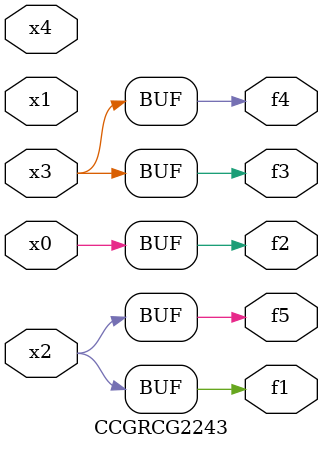
<source format=v>
module CCGRCG2243(
	input x0, x1, x2, x3, x4,
	output f1, f2, f3, f4, f5
);
	assign f1 = x2;
	assign f2 = x0;
	assign f3 = x3;
	assign f4 = x3;
	assign f5 = x2;
endmodule

</source>
